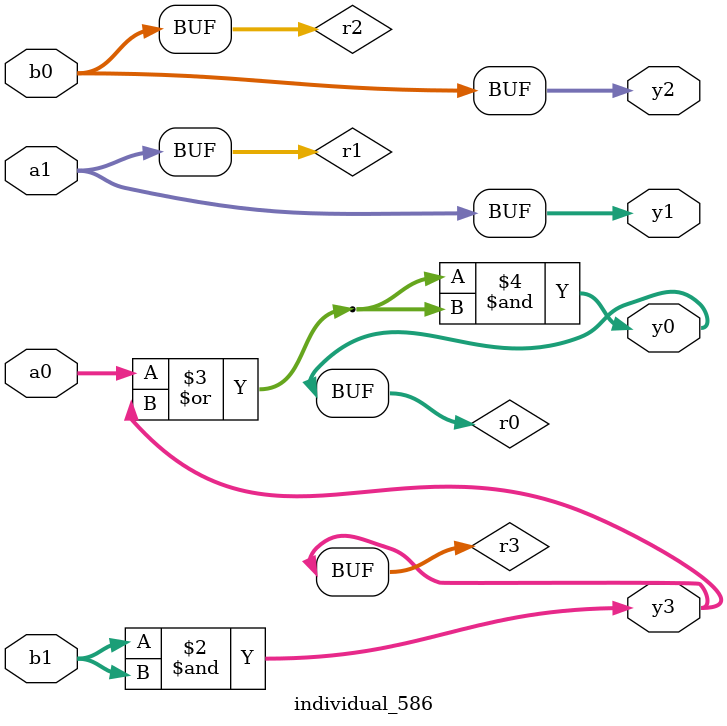
<source format=sv>
module individual_586(input logic [15:0] a1, input logic [15:0] a0, input logic [15:0] b1, input logic [15:0] b0, output logic [15:0] y3, output logic [15:0] y2, output logic [15:0] y1, output logic [15:0] y0);
logic [15:0] r0, r1, r2, r3;  always@(*) begin 	 r0 = a0; r1 = a1; r2 = b0; r3 = b1;  	 r3  &=  r3 ; 	 r0  |=  r3 ; 	 r0  &=  r0 ; 	 y3 = r3; y2 = r2; y1 = r1; y0 = r0; end
endmodule
</source>
